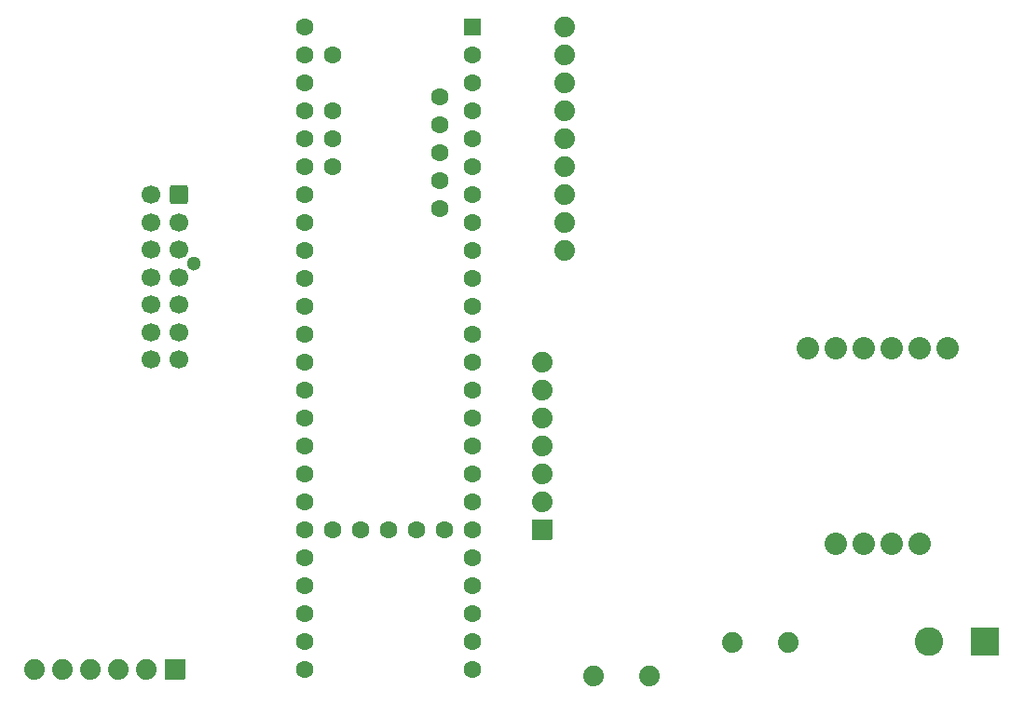
<source format=gbr>
%TF.GenerationSoftware,KiCad,Pcbnew,(6.0.5)*%
%TF.CreationDate,2022-06-23T19:18:52+02:00*%
%TF.ProjectId,odb,6f64622e-6b69-4636-9164-5f7063625858,3*%
%TF.SameCoordinates,Original*%
%TF.FileFunction,Soldermask,Bot*%
%TF.FilePolarity,Negative*%
%FSLAX46Y46*%
G04 Gerber Fmt 4.6, Leading zero omitted, Abs format (unit mm)*
G04 Created by KiCad (PCBNEW (6.0.5)) date 2022-06-23 19:18:52*
%MOMM*%
%LPD*%
G01*
G04 APERTURE LIST*
G04 Aperture macros list*
%AMRoundRect*
0 Rectangle with rounded corners*
0 $1 Rounding radius*
0 $2 $3 $4 $5 $6 $7 $8 $9 X,Y pos of 4 corners*
0 Add a 4 corners polygon primitive as box body*
4,1,4,$2,$3,$4,$5,$6,$7,$8,$9,$2,$3,0*
0 Add four circle primitives for the rounded corners*
1,1,$1+$1,$2,$3*
1,1,$1+$1,$4,$5*
1,1,$1+$1,$6,$7*
1,1,$1+$1,$8,$9*
0 Add four rect primitives between the rounded corners*
20,1,$1+$1,$2,$3,$4,$5,0*
20,1,$1+$1,$4,$5,$6,$7,0*
20,1,$1+$1,$6,$7,$8,$9,0*
20,1,$1+$1,$8,$9,$2,$3,0*%
G04 Aperture macros list end*
%ADD10C,1.879600*%
%ADD11R,2.600000X2.600000*%
%ADD12C,2.600000*%
%ADD13R,1.600000X1.600000*%
%ADD14C,1.600000*%
%ADD15RoundRect,0.050800X0.889000X-0.889000X0.889000X0.889000X-0.889000X0.889000X-0.889000X-0.889000X0*%
%ADD16C,1.300000*%
%ADD17RoundRect,0.250000X0.600000X0.600000X-0.600000X0.600000X-0.600000X-0.600000X0.600000X-0.600000X0*%
%ADD18C,1.700000*%
%ADD19RoundRect,0.050800X-0.889000X-0.889000X0.889000X-0.889000X0.889000X0.889000X-0.889000X0.889000X0*%
%ADD20C,2.032000*%
G04 APERTURE END LIST*
D10*
%TO.C,SW1*%
X172752000Y-121319500D03*
X167672000Y-121319500D03*
%TD*%
%TO.C,SW2*%
X155035000Y-124365000D03*
X160115000Y-124365000D03*
%TD*%
D11*
%TO.C,J1*%
X190627000Y-121224500D03*
D12*
X185547000Y-121224500D03*
%TD*%
D10*
%TO.C,U4*%
X152400000Y-85644442D03*
X152400000Y-83104442D03*
X152400000Y-80564442D03*
X152400000Y-78024442D03*
X152400000Y-75484442D03*
X152400000Y-72944442D03*
X152400000Y-70404442D03*
X152400000Y-67864442D03*
X152400000Y-65324442D03*
%TD*%
D13*
%TO.C,U5*%
X144074067Y-65374442D03*
D14*
X144074067Y-67914442D03*
X144074067Y-70454442D03*
X144074067Y-72994442D03*
X144074067Y-75534442D03*
X144074067Y-78074442D03*
X144074067Y-80614442D03*
X144074067Y-83154442D03*
X144074067Y-85694442D03*
X144074067Y-88234442D03*
X144074067Y-90774442D03*
X144074067Y-93314442D03*
X144074067Y-95854442D03*
X144074067Y-98394442D03*
X144074067Y-100934442D03*
X144074067Y-103474442D03*
X144074067Y-106014442D03*
X144074067Y-108554442D03*
X144074067Y-111094442D03*
X144074067Y-113634442D03*
X144074067Y-116174442D03*
X144074067Y-118714442D03*
X144074067Y-121254442D03*
X144074067Y-123794442D03*
X141534067Y-111094442D03*
X138994067Y-111094442D03*
X136454067Y-111094442D03*
X133914067Y-111094442D03*
X131374067Y-111094442D03*
X128834067Y-123794442D03*
X128834067Y-121254442D03*
X128834067Y-118714442D03*
X128834067Y-116174442D03*
X128834067Y-113634442D03*
X128834067Y-111094442D03*
X128834067Y-108554442D03*
X128834067Y-106014442D03*
X128834067Y-103474442D03*
X128834067Y-100934442D03*
X128834067Y-98394442D03*
X128834067Y-95854442D03*
X128834067Y-93314442D03*
X128834067Y-90774442D03*
X128834067Y-88234442D03*
X128834067Y-85694442D03*
X128834067Y-83154442D03*
X128834067Y-80614442D03*
X128834067Y-78074442D03*
X128834067Y-75534442D03*
X128834067Y-72994442D03*
X128834067Y-70454442D03*
X128834067Y-67914442D03*
X128834067Y-65374442D03*
X131374067Y-67914442D03*
X131374067Y-72994442D03*
X131374067Y-75534442D03*
X131374067Y-78074442D03*
X141074067Y-71724442D03*
X141074067Y-74264442D03*
X141074067Y-76804442D03*
X141074067Y-79344442D03*
X141074067Y-81884442D03*
%TD*%
D15*
%TO.C,U1*%
X117007000Y-123764500D03*
D10*
X114427000Y-123764500D03*
X111887000Y-123764500D03*
X109347000Y-123764500D03*
X106807000Y-123764500D03*
X104267000Y-123764500D03*
%TD*%
D16*
%TO.C,J2*%
X118685094Y-86874500D03*
D17*
X117345094Y-80624500D03*
D18*
X117345094Y-83124500D03*
X117345094Y-85624500D03*
X117345094Y-88124500D03*
X117345094Y-90624500D03*
X117345094Y-93124500D03*
X117345094Y-95624500D03*
X114845094Y-80624500D03*
X114845094Y-83124500D03*
X114845094Y-85624500D03*
X114845094Y-88124500D03*
X114845094Y-90624500D03*
X114845094Y-93124500D03*
X114845094Y-95624500D03*
%TD*%
D19*
%TO.C,U3*%
X150368000Y-111064500D03*
D10*
X150368000Y-108524500D03*
X150368000Y-105984500D03*
X150368000Y-103444500D03*
X150368000Y-100904500D03*
X150368000Y-98364500D03*
X150368000Y-95824500D03*
%TD*%
D20*
%TO.C,U2*%
X174535094Y-94554500D03*
X177075094Y-112334500D03*
X177075094Y-94554500D03*
X179615094Y-112334500D03*
X179615094Y-94554500D03*
X182155094Y-112334500D03*
X182155094Y-94554500D03*
X184695094Y-112334500D03*
X184695094Y-94554500D03*
X187235094Y-94554500D03*
%TD*%
M02*

</source>
